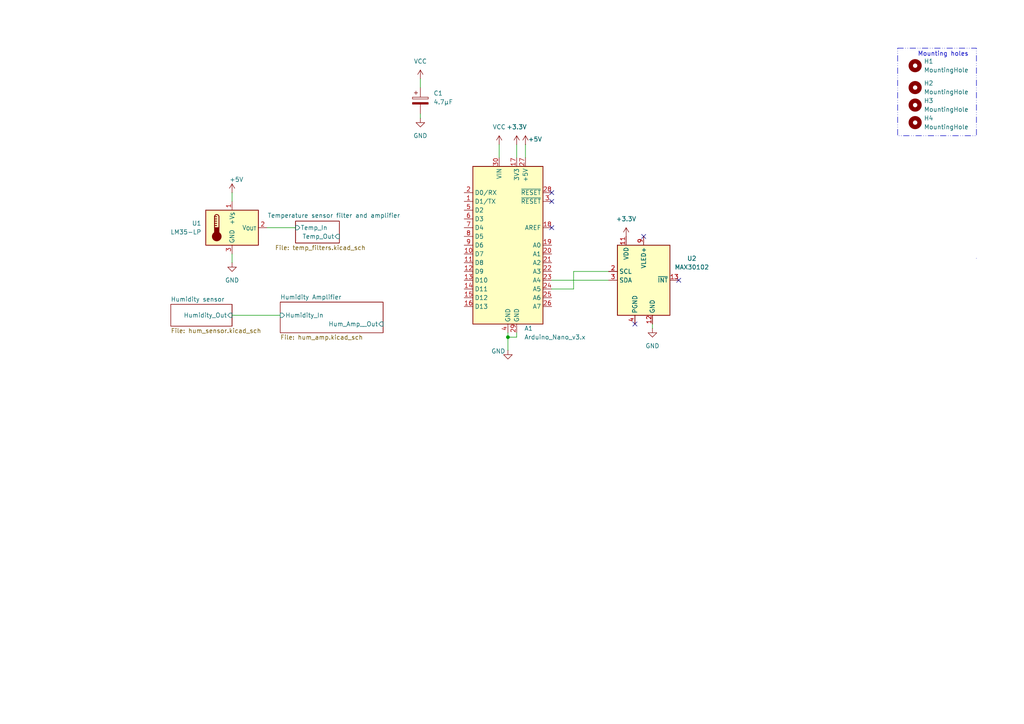
<source format=kicad_sch>
(kicad_sch (version 20231120) (generator "eeschema") (generator_version "8.0")
  (paper "A4")
  (title_block (title "SPRO2 PCB") (rev "1") (company "Group 3"))
  (lib_symbols
    (symbol "Device:C_Polarized" (pin_numbers hide) (pin_names (offset 0.254))
      (property "Reference" "C" (at 0.635 2.54 0))
      (property "Value" "C_Polarized" (at 0.635 -2.54 0))
      (symbol "C_Polarized_0_1"
        (rectangle (start -2.286 0.508) (end 2.286 1.016))
        (polyline (pts (xy -1.778 2.286) (xy -0.762 2.286)))
        (polyline (pts (xy -1.27 2.794) (xy -1.27 1.778)))
        (rectangle (start 2.286 -0.508) (end -2.286 -1.016) (fill (type outline)))
      )
      (symbol "C_Polarized_1_1"
        (pin passive line (at 0 3.81 270) (length 2.794) (name "~") (number "1"))
        (pin passive line (at 0 -3.81 90) (length 2.794) (name "~") (number "2"))
      )
    )
    (symbol "MCU_Module:Arduino_Nano_v3.x"
      (property "Reference" "A" (at -10.16 23.495 0))
      (property "Value" "Arduino_Nano_v3.x" (at 5.08 -24.13 0))
      (symbol "Arduino_Nano_v3.x_0_1"
        (rectangle (start -10.16 22.86) (end 10.16 -22.86) (stroke (width 0.254)) (fill (type background)))
      )
      (symbol "Arduino_Nano_v3.x_1_1"
        (pin bidirectional line (at -12.7 12.7 0) (length 2.54) (name "D1/TX") (number "1"))
        (pin bidirectional line (at -12.7 -2.54 0) (length 2.54) (name "D7") (number "10"))
        (pin bidirectional line (at -12.7 -5.08 0) (length 2.54) (name "D8") (number "11"))
        (pin bidirectional line (at -12.7 -7.62 0) (length 2.54) (name "D9") (number "12"))
        (pin bidirectional line (at -12.7 -10.16 0) (length 2.54) (name "D10") (number "13"))
        (pin bidirectional line (at -12.7 -12.7 0) (length 2.54) (name "D11") (number "14"))
        (pin bidirectional line (at -12.7 -15.24 0) (length 2.54) (name "D12") (number "15"))
        (pin bidirectional line (at -12.7 -17.78 0) (length 2.54) (name "D13") (number "16"))
        (pin power_out line (at 2.54 25.4 270) (length 2.54) (name "3V3") (number "17"))
        (pin input line (at 12.7 5.08 180) (length 2.54) (name "AREF") (number "18"))
        (pin bidirectional line (at 12.7 0 180) (length 2.54) (name "A0") (number "19"))
        (pin bidirectional line (at -12.7 15.24 0) (length 2.54) (name "D0/RX") (number "2"))
        (pin bidirectional line (at 12.7 -2.54 180) (length 2.54) (name "A1") (number "20"))
        (pin bidirectional line (at 12.7 -5.08 180) (length 2.54) (name "A2") (number "21"))
        (pin bidirectional line (at 12.7 -7.62 180) (length 2.54) (name "A3") (number "22"))
        (pin bidirectional line (at 12.7 -10.16 180) (length 2.54) (name "A4") (number "23"))
        (pin bidirectional line (at 12.7 -12.7 180) (length 2.54) (name "A5") (number "24"))
        (pin bidirectional line (at 12.7 -15.24 180) (length 2.54) (name "A6") (number "25"))
        (pin bidirectional line (at 12.7 -17.78 180) (length 2.54) (name "A7") (number "26"))
        (pin power_out line (at 5.08 25.4 270) (length 2.54) (name "+5V") (number "27"))
        (pin input line (at 12.7 15.24 180) (length 2.54) (name "~{RESET}") (number "28"))
        (pin power_in line (at 2.54 -25.4 90) (length 2.54) (name "GND") (number "29"))
        (pin input line (at 12.7 12.7 180) (length 2.54) (name "~{RESET}") (number "3"))
        (pin power_in line (at -2.54 25.4 270) (length 2.54) (name "VIN") (number "30"))
        (pin power_in line (at 0 -25.4 90) (length 2.54) (name "GND") (number "4"))
        (pin bidirectional line (at -12.7 10.16 0) (length 2.54) (name "D2") (number "5"))
        (pin bidirectional line (at -12.7 7.62 0) (length 2.54) (name "D3") (number "6"))
        (pin bidirectional line (at -12.7 5.08 0) (length 2.54) (name "D4") (number "7"))
        (pin bidirectional line (at -12.7 2.54 0) (length 2.54) (name "D5") (number "8"))
        (pin bidirectional line (at -12.7 0 0) (length 2.54) (name "D6") (number "9"))
      )
    )
    (symbol "Mechanical:MountingHole" (pin_names (offset 1.016)) (exclude_from_sim yes) (in_bom no)
      (property "Reference" "H" (at 0 5.08 0))
      (property "Value" "MountingHole" (at 0 3.175 0))
      (symbol "MountingHole_0_1"
        (circle (center 0 0) (radius 1.27) (stroke (width 1.27)))
      )
    )
    (symbol "Sensor:MAX30102"
      (property "Reference" "U" (at 7.62 15.24 0))
      (property "Value" "MAX30102" (at 7.62 12.7 0))
      (symbol "MAX30102_0_1"
        (rectangle (start -7.62 10.16) (end 7.62 -10.16) (stroke (width 0.254)) (fill (type background)))
      )
      (symbol "MAX30102_1_1"
        (pin no_connect line (at -7.62 5.08 0) (length 2.54) hide (name "NC") (number "1"))
        (pin passive line (at 0 12.7 270) (length 2.54) hide (name "VLED+") (number "10"))
        (pin power_in line (at -5.08 12.7 270) (length 2.54) (name "VDD") (number "11"))
        (pin power_in line (at 2.54 -12.7 90) (length 2.54) (name "GND") (number "12"))
        (pin output line (at 10.16 0 180) (length 2.54) (name "~{INT}") (number "13"))
        (pin no_connect line (at 7.62 2.54 180) (length 2.54) hide (name "NC") (number "14"))
        (pin input line (at -10.16 2.54 0) (length 2.54) (name "SCL") (number "2"))
        (pin bidirectional line (at -10.16 0 0) (length 2.54) (name "SDA") (number "3"))
        (pin power_in line (at -2.54 -12.7 90) (length 2.54) (name "PGND") (number "4"))
        (pin no_connect line (at 7.62 -7.62 180) (length 2.54) hide (name "NC") (number "5"))
        (pin no_connect line (at 7.62 -5.08 180) (length 2.54) hide (name "NC") (number "6"))
        (pin no_connect line (at -7.62 -2.54 0) (length 2.54) hide (name "NC") (number "7"))
        (pin no_connect line (at 7.62 5.08 180) (length 2.54) hide (name "NC") (number "8"))
        (pin power_in line (at 0 12.7 270) (length 2.54) (name "VLED+") (number "9"))
      )
    )
    (symbol "Sensor_Temperature:LM35-LP"
      (property "Reference" "U" (at -6.35 6.35 0))
      (property "Value" "LM35-LP" (at 1.27 6.35 0))
      (symbol "LM35-LP_0_1"
        (rectangle (start -7.62 5.08) (end 7.62 -5.08) (stroke (width 0.254)) (fill (type background)))
        (circle (center -4.445 -2.54) (radius 1.27) (stroke (width 0.254)) (fill (type outline)))
        (rectangle (start -3.81 -1.905) (end -5.08 0) (stroke (width 0.254)) (fill (type outline)))
        (arc (start -3.81 3.175) (mid -4.445 3.8073) (end -5.08 3.175) (stroke (width 0.254)))
        (polyline (pts (xy -5.08 0.635) (xy -4.445 0.635)) (stroke (width 0.254)))
        (polyline (pts (xy -5.08 1.27) (xy -4.445 1.27)) (stroke (width 0.254)))
        (polyline (pts (xy -5.08 1.905) (xy -4.445 1.905)) (stroke (width 0.254)))
        (polyline (pts (xy -5.08 2.54) (xy -4.445 2.54)) (stroke (width 0.254)))
        (polyline (pts (xy -5.08 3.175) (xy -5.08 0)) (stroke (width 0.254)))
        (polyline (pts (xy -5.08 3.175) (xy -4.445 3.175)) (stroke (width 0.254)))
        (polyline (pts (xy -3.81 3.175) (xy -3.81 0)) (stroke (width 0.254)))
      )
      (symbol "LM35-LP_1_1"
        (pin power_in line (at 0 7.62 270) (length 2.54) (name "+V_{S}") (number "1"))
        (pin output line (at 10.16 0 180) (length 2.54) (name "V_{OUT}") (number "2"))
        (pin power_in line (at 0 -7.62 90) (length 2.54) (name "GND") (number "3"))
      )
    )
    (symbol "power:+3.3V" (power) (pin_numbers hide) (pin_names (offset 0) hide)
      (property "Value" "+3.3V" (at 0 3.556 0))
      (symbol "+3.3V_0_1"
        (polyline (pts (xy -0.762 1.27) (xy 0 2.54)))
        (polyline (pts (xy 0 0) (xy 0 2.54)))
        (polyline (pts (xy 0 2.54) (xy 0.762 1.27)))
      )
      (symbol "+3.3V_1_1"
        (pin power_in line (at 0 0 90) (length 0) (name "~") (number "1"))
      )
    )
    (symbol "power:+5V" (power) (pin_numbers hide) (pin_names (offset 0) hide)
      (property "Value" "+5V" (at 0 3.556 0))
      (symbol "+5V_0_1"
        (polyline (pts (xy -0.762 1.27) (xy 0 2.54)))
        (polyline (pts (xy 0 0) (xy 0 2.54)))
        (polyline (pts (xy 0 2.54) (xy 0.762 1.27)))
      )
      (symbol "+5V_1_1"
        (pin power_in line (at 0 0 90) (length 0) (name "~") (number "1"))
      )
    )
    (symbol "power:GND" (power) (pin_numbers hide) (pin_names (offset 0) hide)
      (property "Value" "GND" (at 0 -3.81 0))
      (symbol "GND_0_1"
        (polyline (pts (xy 0 0) (xy 0 -1.27) (xy 1.27 -1.27) (xy 0 -2.54) (xy -1.27 -1.27) (xy 0 -1.27)))
      )
      (symbol "GND_1_1"
        (pin power_in line (at 0 0 270) (length 0) (name "~") (number "1"))
      )
    )
    (symbol "power:VCC" (power) (pin_numbers hide) (pin_names (offset 0) hide)
      (property "Value" "VCC" (at 0 3.556 0))
      (symbol "VCC_0_1"
        (polyline (pts (xy -0.762 1.27) (xy 0 2.54)))
        (polyline (pts (xy 0 0) (xy 0 2.54)))
        (polyline (pts (xy 0 2.54) (xy 0.762 1.27)))
      )
      (symbol "VCC_1_1"
        (pin power_in line (at 0 0 90) (length 0) (name "~") (number "1"))
      )
    )
  )
  (junction (at 147.32 97.79))
  (no_connect (at 160.02 55.88))
  (no_connect (at 184.15 93.98))
  (no_connect (at 196.85 81.28))
  (no_connect (at 160.02 66.04))
  (no_connect (at 160.02 58.42))
  (no_connect (at 186.69 68.58))
  (wire (pts (xy 152.4 41.91) (xy 152.4 45.72)))
  (wire (pts (xy 149.86 97.79) (xy 147.32 97.79)))
  (wire (pts (xy 147.32 97.79) (xy 147.32 101.6)))
  (wire (pts (xy 67.31 73.66) (xy 67.31 76.2)))
  (wire (pts (xy 144.78 41.91) (xy 144.78 45.72)))
  (wire (pts (xy 166.37 83.82) (xy 160.02 83.82)))
  (wire (pts (xy 149.86 41.91) (xy 149.86 45.72)))
  (wire (pts (xy 121.92 33.02) (xy 121.92 34.29)))
  (wire (pts (xy 147.32 96.52) (xy 147.32 97.79)))
  (wire (pts (xy 121.92 22.86) (xy 121.92 25.4)))
  (wire (pts (xy 189.23 93.98) (xy 189.23 95.25)))
  (wire (pts (xy 160.02 81.28) (xy 176.53 81.28)))
  (wire (pts (xy 67.31 55.88) (xy 67.31 58.42)))
  (wire (pts (xy 166.37 78.74) (xy 166.37 83.82)))
  (wire (pts (xy 149.86 96.52) (xy 149.86 97.79)))
  (wire (pts (xy 67.31 91.44) (xy 81.28 91.44)))
  (wire (pts (xy 77.47 66.04) (xy 85.725 66.04)))
  (wire (pts (xy 176.53 78.74) (xy 166.37 78.74)))
  (rectangle (start 283.21 74.93) (end 283.21 74.93))
  (text_box "" (at 260.35 13.97 0) (size 22.86 25.4) (stroke (width 0) (type dash_dot_dot)) (effects (font (size 1.27 1.27)) (justify left top)))
  (text "Mounting holes" (at 273.558 15.748 0) (effects (font (size 1.27 1.27))))
  (symbol (lib_id "Mechanical:MountingHole") (at 265.43 35.56 0) (unit 1) (exclude_from_sim yes) (in_bom no)
    (property "Reference" "H4" (at 267.97 34.2899 0) (effects (justify left)))
    (property "Value" "MountingHole" (at 267.97 36.8299 0) (effects (justify left)))
    (property "Footprint" "MountingHole:MountingHole_2.2mm_M2" (effects (hide yes)))
    (property "Description" "Mounting Hole without connection" (effects (hide yes)))
  )
  (symbol (lib_id "power:+5V") (at 152.4 41.91 0) (unit 1)
    (property "Reference" "#PWR08" (effects (hide yes)))
    (property "Value" "+5V" (at 155.194 40.386 0))
    (property "Description" "Power symbol creates a global label with name \"+5V\"" (effects (hide yes)))
  )
  (symbol (lib_id "MCU_Module:Arduino_Nano_v3.x") (at 147.32 71.12 0) (unit 1)
    (property "Reference" "A1" (at 152.0541 95.25 0) (effects (justify left)))
    (property "Value" "Arduino_Nano_v3.x" (at 152.0541 97.79 0) (effects (justify left)))
    (property "Footprint" "Module:Arduino_Nano" (effects (hide yes)))
    (property "Datasheet" "http://www.mouser.com/pdfdocs/Gravitech_Arduino_Nano3_0.pdf" (effects (hide yes)))
    (property "Description" "Arduino Nano v3.x" (effects (hide yes)))
  )
  (symbol (lib_id "power:GND") (at 121.92 34.29 0) (unit 1)
    (property "Reference" "#PWR04" (effects (hide yes)))
    (property "Value" "GND" (at 121.92 39.37 0))
    (property "Description" "Power symbol creates a global label with name \"GND\" , ground" (effects (hide yes)))
  )
  (symbol (lib_id "power:GND") (at 67.31 76.2 0) (unit 1)
    (property "Reference" "#PWR02" (effects (hide yes)))
    (property "Value" "GND" (at 67.31 81.28 0))
    (property "Description" "Power symbol creates a global label with name \"GND\" , ground" (effects (hide yes)))
  )
  (symbol (lib_id "Mechanical:MountingHole") (at 265.43 19.05 0) (unit 1) (exclude_from_sim yes) (in_bom no)
    (property "Reference" "H1" (at 267.97 17.7799 0) (effects (justify left)))
    (property "Value" "MountingHole" (at 267.97 20.3199 0) (effects (justify left)))
    (property "Footprint" "MountingHole:MountingHole_2.2mm_M2" (effects (hide yes)))
    (property "Description" "Mounting Hole without connection" (effects (hide yes)))
  )
  (symbol (lib_id "Sensor_Temperature:LM35-LP") (at 67.31 66.04 0) (unit 1)
    (property "Reference" "U1" (at 58.42 64.7699 0) (effects (justify right)))
    (property "Value" "LM35-LP" (at 58.42 67.3099 0) (effects (justify right)))
    (property "Footprint" "Package_TO_SOT_THT:TO-92_Inline" (effects (hide yes)))
    (property "Datasheet" "http://www.ti.com/lit/ds/symlink/lm35.pdf" (effects (hide yes)))
    (property "Description" "Precision centigrade temperature sensor, TO-92" (effects (hide yes)))
  )
  (symbol (lib_id "Device:C_Polarized") (at 121.92 29.21 0) (unit 1)
    (property "Reference" "C1" (at 125.73 27.0509 0) (effects (justify left)))
    (property "Value" "4.7µF" (at 125.73 29.5909 0) (effects (justify left)))
    (property "Footprint" "Library:CAPPRD200W45D500H500" (effects (hide yes)))
    (property "Description" "Polarized capacitor" (effects (hide yes)))
  )
  (symbol (lib_id "power:GND") (at 189.23 95.25 0) (unit 1)
    (property "Reference" "#PWR010" (effects (hide yes)))
    (property "Value" "GND" (at 189.23 100.33 0))
    (property "Description" "Power symbol creates a global label with name \"GND\" , ground" (effects (hide yes)))
  )
  (symbol (lib_id "power:+5V") (at 67.31 55.88 0) (unit 1)
    (property "Reference" "#PWR01" (effects (hide yes)))
    (property "Value" "+5V" (at 68.58 52.07 0))
    (property "Description" "Power symbol creates a global label with name \"+5V\"" (effects (hide yes)))
  )
  (symbol (lib_id "Mechanical:MountingHole") (at 265.43 30.48 0) (unit 1) (exclude_from_sim yes) (in_bom no)
    (property "Reference" "H3" (at 267.97 29.2099 0) (effects (justify left)))
    (property "Value" "MountingHole" (at 267.97 31.7499 0) (effects (justify left)))
    (property "Footprint" "MountingHole:MountingHole_2.2mm_M2" (effects (hide yes)))
    (property "Description" "Mounting Hole without connection" (effects (hide yes)))
  )
  (symbol (lib_id "Sensor:MAX30102") (at 186.69 81.28 0) (unit 1)
    (property "Reference" "U2" (at 200.66 74.9614 0))
    (property "Value" "MAX30102" (at 200.66 77.5014 0))
    (property "Footprint" "OptoDevice:Maxim_OLGA-14_3.3x5.6mm_P0.8mm" (effects (hide yes)))
    (property "Datasheet" "https://datasheets.maximintegrated.com/en/ds/MAX30102.pdf" (effects (hide yes)))
    (property "Description" "Heart Rate Sensor, 14-OLGA" (effects (hide yes)))
  )
  (symbol (lib_id "power:VCC") (at 121.92 22.86 0) (unit 1)
    (property "Reference" "#PWR03" (effects (hide yes)))
    (property "Value" "VCC" (at 121.92 17.78 0))
    (property "Description" "Power symbol creates a global label with name \"VCC\"" (effects (hide yes)))
  )
  (symbol (lib_id "Mechanical:MountingHole") (at 265.43 25.4 0) (unit 1) (exclude_from_sim yes) (in_bom no)
    (property "Reference" "H2" (at 267.97 24.1299 0) (effects (justify left)))
    (property "Value" "MountingHole" (at 267.97 26.6699 0) (effects (justify left)))
    (property "Footprint" "MountingHole:MountingHole_2.2mm_M2" (effects (hide yes)))
    (property "Description" "Mounting Hole without connection" (effects (hide yes)))
  )
  (symbol (lib_id "power:+3.3V") (at 149.86 41.91 0) (unit 1)
    (property "Reference" "#PWR07" (effects (hide yes)))
    (property "Value" "+3.3V" (at 149.86 36.83 0))
    (property "Description" "Power symbol creates a global label with name \"+3.3V\"" (effects (hide yes)))
  )
  (symbol (lib_id "power:+3.3V") (at 181.61 68.58 0) (unit 1)
    (property "Reference" "#PWR09" (effects (hide yes)))
    (property "Value" "+3.3V" (at 181.61 63.5 0))
    (property "Description" "Power symbol creates a global label with name \"+3.3V\"" (effects (hide yes)))
  )
  (symbol (lib_id "power:GND") (at 147.32 101.6 0) (unit 1)
    (property "Reference" "#PWR06" (effects (hide yes)))
    (property "Value" "GND" (at 144.526 101.854 0))
    (property "Description" "Power symbol creates a global label with name \"GND\" , ground" (effects (hide yes)))
  )
  (symbol (lib_id "power:VCC") (at 144.78 41.91 0) (unit 1)
    (property "Reference" "#PWR05" (effects (hide yes)))
    (property "Value" "VCC" (at 144.78 36.83 0))
    (property "Description" "Power symbol creates a global label with name \"VCC\"" (effects (hide yes)))
  )
  (sheet (at 85.725 64.135) (size 12.7 6.35) (stroke (width 0.1524))
    (property "Sheetname" "Temperature sensor filter and amplifier" (at 77.597 63.246 0) (effects (justify left bottom)))
    (property "Sheetfile" "temp_filters.kicad_sch" (at 79.756 71.12 0) (effects (justify left top)))
    (pin "Temp_In" input (at 85.725 66.04 180))
    (pin "Temp_Out" input (at 98.425 68.58 0))
  )
  (sheet (at 49.53 88.265) (size 17.78 6.35) (stroke (width 0.1524))
    (property "Sheetname" "Humidity sensor" (at 49.53 87.5534 0) (effects (justify left bottom)))
    (property "Sheetfile" "hum_sensor.kicad_sch" (at 49.53 95.1996 0) (effects (justify left top)))
    (pin "Humidity_Out" input (at 67.31 91.44 0))
  )
  (sheet (at 81.28 87.63) (size 29.845 8.89) (stroke (width 0.1524))
    (property "Sheetname" "Humidity Amplifier" (at 81.28 86.9184 0) (effects (justify left bottom)))
    (property "Sheetfile" "hum_amp.kicad_sch" (at 81.28 97.1046 0) (effects (justify left top)))
    (pin "Humidity_In" input (at 81.28 91.44 180))
    (pin "Hum_Amp__Out" input (at 111.125 93.98 0))
  )
)
</source>
